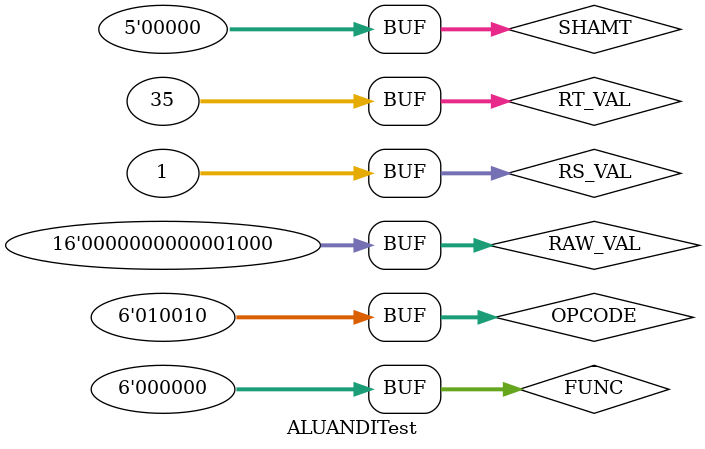
<source format=v>
`timescale 1ns / 1ps


module ALUANDITest;

	// Inputs
	reg [5:0] OPCODE;
	reg [31:0] RS_VAL;
	reg [31:0] RT_VAL;
	reg [4:0] SHAMT;
	reg [5:0] FUNC;
	reg [15:0] RAW_VAL;

	// Outputs
	wire [31:0] RESULT;
	wire SIG_B;

	// Instantiate the Unit Under Test (UUT)
	ALU uut (
		.RESULT(RESULT), 
		.SIG_B(SIG_B), 
		.OPCODE(OPCODE), 
		.RS_VAL(RS_VAL), 
		.RT_VAL(RT_VAL), 
		.SHAMT(SHAMT), 
		.FUNC(FUNC), 
		.RAW_VAL(RAW_VAL)
	);

	initial begin
		// Initialize Inputs
		OPCODE = 0;
		RS_VAL = 0;
		RT_VAL = 0;
		SHAMT = 0;
		FUNC = 0;
		RAW_VAL = 0;

		// Wait 100 ns for global reset to finish
		#100;
		
		
		
		OPCODE = 6'b010010;
		RS_VAL = 15;
		RT_VAL = 12;
		SHAMT = 0;
		RAW_VAL = 19;
		#100;
		
		OPCODE = 6'b010010;
		RS_VAL = 23;
		RT_VAL = 2;
		SHAMT = 0;
		RAW_VAL = 14;
		#100;

		OPCODE = 6'b010010;
		RS_VAL = 1;
		RT_VAL = 35;
		SHAMT = 0;
		RAW_VAL = 8;
		#100;
        
		// Add stimulus here

	end
      
endmodule


</source>
